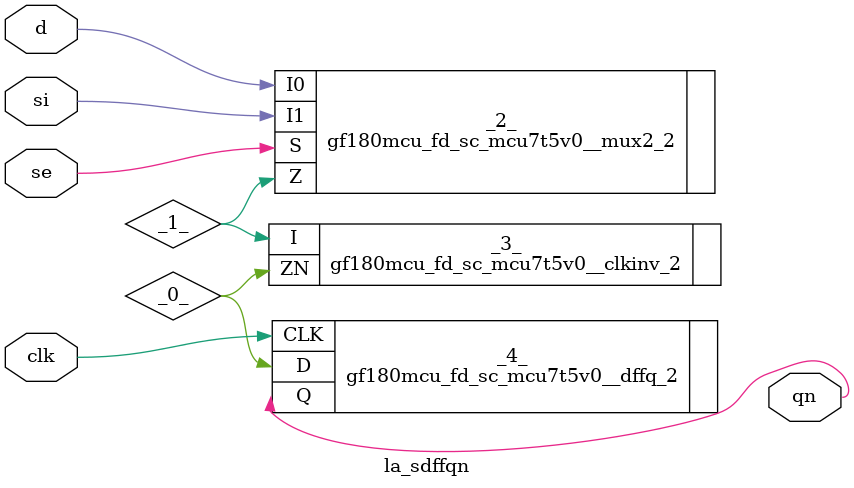
<source format=v>

/* Generated by Yosys 0.44 (git sha1 80ba43d26, g++ 11.4.0-1ubuntu1~22.04 -fPIC -O3) */

(* top =  1  *)
(* src = "inputs/la_sdffqn.v:11.1-23.10" *)
module la_sdffqn (
    d,
    si,
    se,
    clk,
    qn
);
  (* src = "inputs/la_sdffqn.v:21.3-21.45" *)
  wire _0_;
  wire _1_;
  (* src = "inputs/la_sdffqn.v:17.16-17.19" *)
  input clk;
  wire clk;
  (* src = "inputs/la_sdffqn.v:14.16-14.17" *)
  input d;
  wire d;
  (* src = "inputs/la_sdffqn.v:18.16-18.18" *)
  output qn;
  wire qn;
  (* src = "inputs/la_sdffqn.v:16.16-16.18" *)
  input se;
  wire se;
  (* src = "inputs/la_sdffqn.v:15.16-15.18" *)
  input si;
  wire si;
  gf180mcu_fd_sc_mcu7t5v0__mux2_2 _2_ (
      .I0(d),
      .I1(si),
      .S (se),
      .Z (_1_)
  );
  gf180mcu_fd_sc_mcu7t5v0__clkinv_2 _3_ (
      .I (_1_),
      .ZN(_0_)
  );
  (* src = "inputs/la_sdffqn.v:21.3-21.45" *)
  gf180mcu_fd_sc_mcu7t5v0__dffq_2 _4_ (
      .CLK(clk),
      .D  (_0_),
      .Q  (qn)
  );
endmodule

</source>
